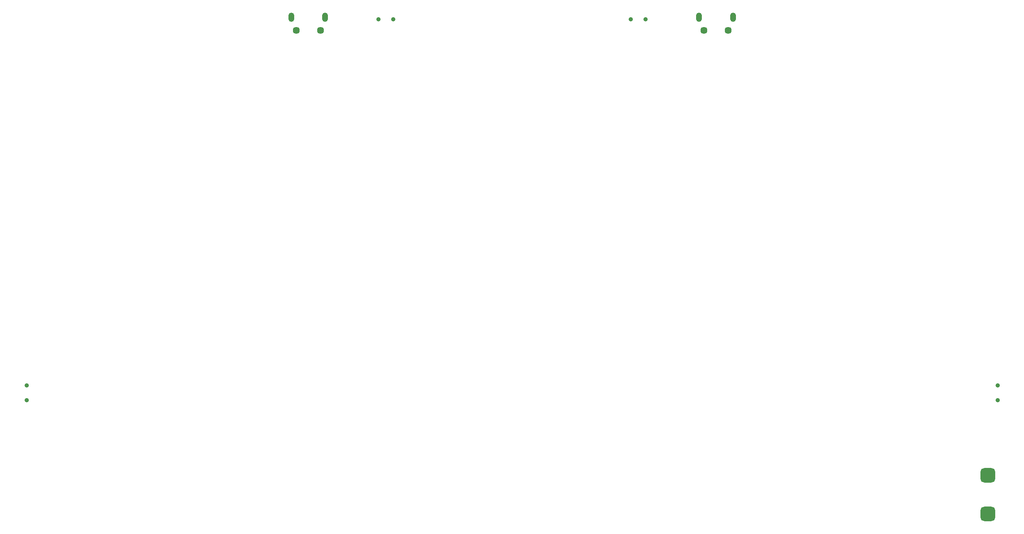
<source format=gbs>
%TF.GenerationSoftware,KiCad,Pcbnew,8.0.3*%
%TF.CreationDate,2024-06-22T00:29:56+02:00*%
%TF.ProjectId,Pilot,50696c6f-742e-46b6-9963-61645f706362,rev?*%
%TF.SameCoordinates,Original*%
%TF.FileFunction,Soldermask,Bot*%
%TF.FilePolarity,Negative*%
%FSLAX46Y46*%
G04 Gerber Fmt 4.6, Leading zero omitted, Abs format (unit mm)*
G04 Created by KiCad (PCBNEW 8.0.3) date 2024-06-22 00:29:56*
%MOMM*%
%LPD*%
G01*
G04 APERTURE LIST*
G04 Aperture macros list*
%AMRoundRect*
0 Rectangle with rounded corners*
0 $1 Rounding radius*
0 $2 $3 $4 $5 $6 $7 $8 $9 X,Y pos of 4 corners*
0 Add a 4 corners polygon primitive as box body*
4,1,4,$2,$3,$4,$5,$6,$7,$8,$9,$2,$3,0*
0 Add four circle primitives for the rounded corners*
1,1,$1+$1,$2,$3*
1,1,$1+$1,$4,$5*
1,1,$1+$1,$6,$7*
1,1,$1+$1,$8,$9*
0 Add four rect primitives between the rounded corners*
20,1,$1+$1,$2,$3,$4,$5,0*
20,1,$1+$1,$4,$5,$6,$7,0*
20,1,$1+$1,$6,$7,$8,$9,0*
20,1,$1+$1,$8,$9,$2,$3,0*%
G04 Aperture macros list end*
%ADD10C,0.900000*%
%ADD11O,1.200000X1.900000*%
%ADD12C,1.450000*%
%ADD13RoundRect,0.750000X0.750000X-0.750000X0.750000X0.750000X-0.750000X0.750000X-0.750000X-0.750000X0*%
G04 APERTURE END LIST*
D10*
%TO.C,SW3*%
X77500000Y-1970000D03*
X74500000Y-1970000D03*
%TD*%
D11*
%TO.C,J20*%
X63500000Y-1562500D03*
D12*
X62500000Y-4262500D03*
X57500000Y-4262500D03*
D11*
X56500000Y-1562500D03*
%TD*%
%TO.C,J14*%
X147500000Y-1562500D03*
D12*
X146500000Y-4262500D03*
X141500000Y-4262500D03*
D11*
X140500000Y-1562500D03*
%TD*%
D10*
%TO.C,SW2*%
X1970000Y-77500000D03*
X1970000Y-80500000D03*
%TD*%
%TO.C,SW1*%
X129500000Y-1970000D03*
X126500000Y-1970000D03*
%TD*%
D13*
%TO.C,J21*%
X200000000Y-104000000D03*
X200000000Y-96000000D03*
%TD*%
D10*
%TO.C,SW4*%
X202030000Y-80500000D03*
X202030000Y-77500000D03*
%TD*%
M02*

</source>
